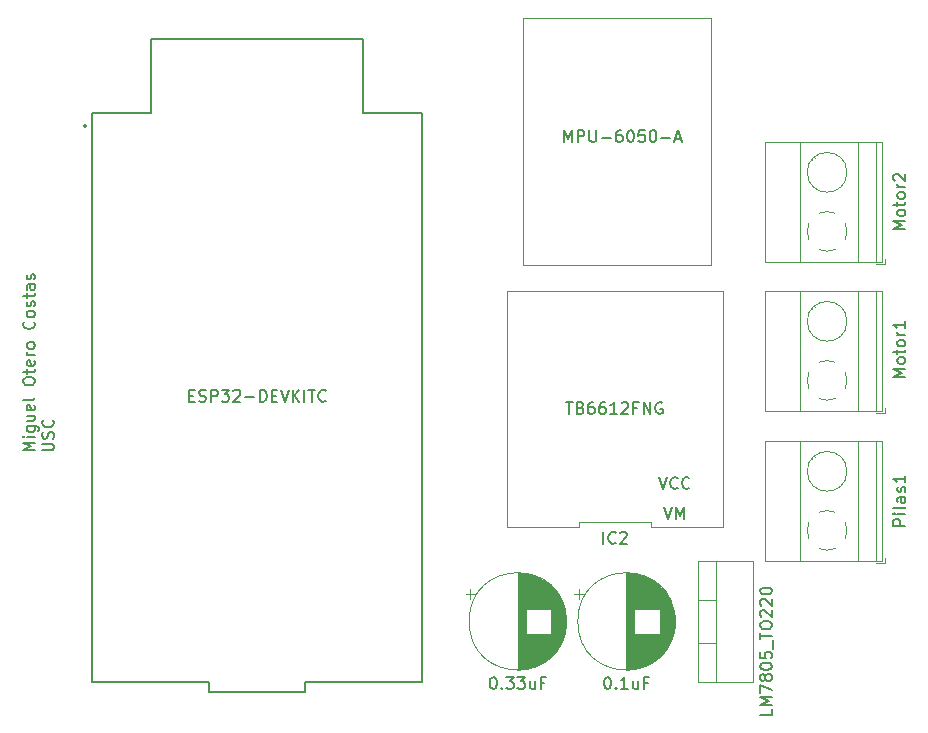
<source format=gbr>
%TF.GenerationSoftware,KiCad,Pcbnew,7.0.9*%
%TF.CreationDate,2024-04-18T13:08:04+02:00*%
%TF.ProjectId,Pendulo_Inverso,50656e64-756c-46f5-9f49-6e766572736f,rev?*%
%TF.SameCoordinates,Original*%
%TF.FileFunction,Legend,Top*%
%TF.FilePolarity,Positive*%
%FSLAX46Y46*%
G04 Gerber Fmt 4.6, Leading zero omitted, Abs format (unit mm)*
G04 Created by KiCad (PCBNEW 7.0.9) date 2024-04-18 13:08:04*
%MOMM*%
%LPD*%
G01*
G04 APERTURE LIST*
%ADD10C,0.150000*%
%ADD11C,0.127000*%
%ADD12C,0.200000*%
%ADD13C,0.100000*%
%ADD14C,0.120000*%
G04 APERTURE END LIST*
D10*
X113259819Y-115063220D02*
X112259819Y-115063220D01*
X112259819Y-115063220D02*
X112974104Y-114729887D01*
X112974104Y-114729887D02*
X112259819Y-114396554D01*
X112259819Y-114396554D02*
X113259819Y-114396554D01*
X113259819Y-113920363D02*
X112593152Y-113920363D01*
X112259819Y-113920363D02*
X112307438Y-113967982D01*
X112307438Y-113967982D02*
X112355057Y-113920363D01*
X112355057Y-113920363D02*
X112307438Y-113872744D01*
X112307438Y-113872744D02*
X112259819Y-113920363D01*
X112259819Y-113920363D02*
X112355057Y-113920363D01*
X112593152Y-113015602D02*
X113402676Y-113015602D01*
X113402676Y-113015602D02*
X113497914Y-113063221D01*
X113497914Y-113063221D02*
X113545533Y-113110840D01*
X113545533Y-113110840D02*
X113593152Y-113206078D01*
X113593152Y-113206078D02*
X113593152Y-113348935D01*
X113593152Y-113348935D02*
X113545533Y-113444173D01*
X113212200Y-113015602D02*
X113259819Y-113110840D01*
X113259819Y-113110840D02*
X113259819Y-113301316D01*
X113259819Y-113301316D02*
X113212200Y-113396554D01*
X113212200Y-113396554D02*
X113164580Y-113444173D01*
X113164580Y-113444173D02*
X113069342Y-113491792D01*
X113069342Y-113491792D02*
X112783628Y-113491792D01*
X112783628Y-113491792D02*
X112688390Y-113444173D01*
X112688390Y-113444173D02*
X112640771Y-113396554D01*
X112640771Y-113396554D02*
X112593152Y-113301316D01*
X112593152Y-113301316D02*
X112593152Y-113110840D01*
X112593152Y-113110840D02*
X112640771Y-113015602D01*
X112593152Y-112110840D02*
X113259819Y-112110840D01*
X112593152Y-112539411D02*
X113116961Y-112539411D01*
X113116961Y-112539411D02*
X113212200Y-112491792D01*
X113212200Y-112491792D02*
X113259819Y-112396554D01*
X113259819Y-112396554D02*
X113259819Y-112253697D01*
X113259819Y-112253697D02*
X113212200Y-112158459D01*
X113212200Y-112158459D02*
X113164580Y-112110840D01*
X113212200Y-111253697D02*
X113259819Y-111348935D01*
X113259819Y-111348935D02*
X113259819Y-111539411D01*
X113259819Y-111539411D02*
X113212200Y-111634649D01*
X113212200Y-111634649D02*
X113116961Y-111682268D01*
X113116961Y-111682268D02*
X112736009Y-111682268D01*
X112736009Y-111682268D02*
X112640771Y-111634649D01*
X112640771Y-111634649D02*
X112593152Y-111539411D01*
X112593152Y-111539411D02*
X112593152Y-111348935D01*
X112593152Y-111348935D02*
X112640771Y-111253697D01*
X112640771Y-111253697D02*
X112736009Y-111206078D01*
X112736009Y-111206078D02*
X112831247Y-111206078D01*
X112831247Y-111206078D02*
X112926485Y-111682268D01*
X113259819Y-110634649D02*
X113212200Y-110729887D01*
X113212200Y-110729887D02*
X113116961Y-110777506D01*
X113116961Y-110777506D02*
X112259819Y-110777506D01*
X112259819Y-109301315D02*
X112259819Y-109110839D01*
X112259819Y-109110839D02*
X112307438Y-109015601D01*
X112307438Y-109015601D02*
X112402676Y-108920363D01*
X112402676Y-108920363D02*
X112593152Y-108872744D01*
X112593152Y-108872744D02*
X112926485Y-108872744D01*
X112926485Y-108872744D02*
X113116961Y-108920363D01*
X113116961Y-108920363D02*
X113212200Y-109015601D01*
X113212200Y-109015601D02*
X113259819Y-109110839D01*
X113259819Y-109110839D02*
X113259819Y-109301315D01*
X113259819Y-109301315D02*
X113212200Y-109396553D01*
X113212200Y-109396553D02*
X113116961Y-109491791D01*
X113116961Y-109491791D02*
X112926485Y-109539410D01*
X112926485Y-109539410D02*
X112593152Y-109539410D01*
X112593152Y-109539410D02*
X112402676Y-109491791D01*
X112402676Y-109491791D02*
X112307438Y-109396553D01*
X112307438Y-109396553D02*
X112259819Y-109301315D01*
X112593152Y-108587029D02*
X112593152Y-108206077D01*
X112259819Y-108444172D02*
X113116961Y-108444172D01*
X113116961Y-108444172D02*
X113212200Y-108396553D01*
X113212200Y-108396553D02*
X113259819Y-108301315D01*
X113259819Y-108301315D02*
X113259819Y-108206077D01*
X113212200Y-107491791D02*
X113259819Y-107587029D01*
X113259819Y-107587029D02*
X113259819Y-107777505D01*
X113259819Y-107777505D02*
X113212200Y-107872743D01*
X113212200Y-107872743D02*
X113116961Y-107920362D01*
X113116961Y-107920362D02*
X112736009Y-107920362D01*
X112736009Y-107920362D02*
X112640771Y-107872743D01*
X112640771Y-107872743D02*
X112593152Y-107777505D01*
X112593152Y-107777505D02*
X112593152Y-107587029D01*
X112593152Y-107587029D02*
X112640771Y-107491791D01*
X112640771Y-107491791D02*
X112736009Y-107444172D01*
X112736009Y-107444172D02*
X112831247Y-107444172D01*
X112831247Y-107444172D02*
X112926485Y-107920362D01*
X113259819Y-107015600D02*
X112593152Y-107015600D01*
X112783628Y-107015600D02*
X112688390Y-106967981D01*
X112688390Y-106967981D02*
X112640771Y-106920362D01*
X112640771Y-106920362D02*
X112593152Y-106825124D01*
X112593152Y-106825124D02*
X112593152Y-106729886D01*
X113259819Y-106253695D02*
X113212200Y-106348933D01*
X113212200Y-106348933D02*
X113164580Y-106396552D01*
X113164580Y-106396552D02*
X113069342Y-106444171D01*
X113069342Y-106444171D02*
X112783628Y-106444171D01*
X112783628Y-106444171D02*
X112688390Y-106396552D01*
X112688390Y-106396552D02*
X112640771Y-106348933D01*
X112640771Y-106348933D02*
X112593152Y-106253695D01*
X112593152Y-106253695D02*
X112593152Y-106110838D01*
X112593152Y-106110838D02*
X112640771Y-106015600D01*
X112640771Y-106015600D02*
X112688390Y-105967981D01*
X112688390Y-105967981D02*
X112783628Y-105920362D01*
X112783628Y-105920362D02*
X113069342Y-105920362D01*
X113069342Y-105920362D02*
X113164580Y-105967981D01*
X113164580Y-105967981D02*
X113212200Y-106015600D01*
X113212200Y-106015600D02*
X113259819Y-106110838D01*
X113259819Y-106110838D02*
X113259819Y-106253695D01*
X113164580Y-104158457D02*
X113212200Y-104206076D01*
X113212200Y-104206076D02*
X113259819Y-104348933D01*
X113259819Y-104348933D02*
X113259819Y-104444171D01*
X113259819Y-104444171D02*
X113212200Y-104587028D01*
X113212200Y-104587028D02*
X113116961Y-104682266D01*
X113116961Y-104682266D02*
X113021723Y-104729885D01*
X113021723Y-104729885D02*
X112831247Y-104777504D01*
X112831247Y-104777504D02*
X112688390Y-104777504D01*
X112688390Y-104777504D02*
X112497914Y-104729885D01*
X112497914Y-104729885D02*
X112402676Y-104682266D01*
X112402676Y-104682266D02*
X112307438Y-104587028D01*
X112307438Y-104587028D02*
X112259819Y-104444171D01*
X112259819Y-104444171D02*
X112259819Y-104348933D01*
X112259819Y-104348933D02*
X112307438Y-104206076D01*
X112307438Y-104206076D02*
X112355057Y-104158457D01*
X113259819Y-103587028D02*
X113212200Y-103682266D01*
X113212200Y-103682266D02*
X113164580Y-103729885D01*
X113164580Y-103729885D02*
X113069342Y-103777504D01*
X113069342Y-103777504D02*
X112783628Y-103777504D01*
X112783628Y-103777504D02*
X112688390Y-103729885D01*
X112688390Y-103729885D02*
X112640771Y-103682266D01*
X112640771Y-103682266D02*
X112593152Y-103587028D01*
X112593152Y-103587028D02*
X112593152Y-103444171D01*
X112593152Y-103444171D02*
X112640771Y-103348933D01*
X112640771Y-103348933D02*
X112688390Y-103301314D01*
X112688390Y-103301314D02*
X112783628Y-103253695D01*
X112783628Y-103253695D02*
X113069342Y-103253695D01*
X113069342Y-103253695D02*
X113164580Y-103301314D01*
X113164580Y-103301314D02*
X113212200Y-103348933D01*
X113212200Y-103348933D02*
X113259819Y-103444171D01*
X113259819Y-103444171D02*
X113259819Y-103587028D01*
X113212200Y-102872742D02*
X113259819Y-102777504D01*
X113259819Y-102777504D02*
X113259819Y-102587028D01*
X113259819Y-102587028D02*
X113212200Y-102491790D01*
X113212200Y-102491790D02*
X113116961Y-102444171D01*
X113116961Y-102444171D02*
X113069342Y-102444171D01*
X113069342Y-102444171D02*
X112974104Y-102491790D01*
X112974104Y-102491790D02*
X112926485Y-102587028D01*
X112926485Y-102587028D02*
X112926485Y-102729885D01*
X112926485Y-102729885D02*
X112878866Y-102825123D01*
X112878866Y-102825123D02*
X112783628Y-102872742D01*
X112783628Y-102872742D02*
X112736009Y-102872742D01*
X112736009Y-102872742D02*
X112640771Y-102825123D01*
X112640771Y-102825123D02*
X112593152Y-102729885D01*
X112593152Y-102729885D02*
X112593152Y-102587028D01*
X112593152Y-102587028D02*
X112640771Y-102491790D01*
X112593152Y-102158456D02*
X112593152Y-101777504D01*
X112259819Y-102015599D02*
X113116961Y-102015599D01*
X113116961Y-102015599D02*
X113212200Y-101967980D01*
X113212200Y-101967980D02*
X113259819Y-101872742D01*
X113259819Y-101872742D02*
X113259819Y-101777504D01*
X113259819Y-101015599D02*
X112736009Y-101015599D01*
X112736009Y-101015599D02*
X112640771Y-101063218D01*
X112640771Y-101063218D02*
X112593152Y-101158456D01*
X112593152Y-101158456D02*
X112593152Y-101348932D01*
X112593152Y-101348932D02*
X112640771Y-101444170D01*
X113212200Y-101015599D02*
X113259819Y-101110837D01*
X113259819Y-101110837D02*
X113259819Y-101348932D01*
X113259819Y-101348932D02*
X113212200Y-101444170D01*
X113212200Y-101444170D02*
X113116961Y-101491789D01*
X113116961Y-101491789D02*
X113021723Y-101491789D01*
X113021723Y-101491789D02*
X112926485Y-101444170D01*
X112926485Y-101444170D02*
X112878866Y-101348932D01*
X112878866Y-101348932D02*
X112878866Y-101110837D01*
X112878866Y-101110837D02*
X112831247Y-101015599D01*
X113212200Y-100587027D02*
X113259819Y-100491789D01*
X113259819Y-100491789D02*
X113259819Y-100301313D01*
X113259819Y-100301313D02*
X113212200Y-100206075D01*
X113212200Y-100206075D02*
X113116961Y-100158456D01*
X113116961Y-100158456D02*
X113069342Y-100158456D01*
X113069342Y-100158456D02*
X112974104Y-100206075D01*
X112974104Y-100206075D02*
X112926485Y-100301313D01*
X112926485Y-100301313D02*
X112926485Y-100444170D01*
X112926485Y-100444170D02*
X112878866Y-100539408D01*
X112878866Y-100539408D02*
X112783628Y-100587027D01*
X112783628Y-100587027D02*
X112736009Y-100587027D01*
X112736009Y-100587027D02*
X112640771Y-100539408D01*
X112640771Y-100539408D02*
X112593152Y-100444170D01*
X112593152Y-100444170D02*
X112593152Y-100301313D01*
X112593152Y-100301313D02*
X112640771Y-100206075D01*
X113869819Y-115063220D02*
X114679342Y-115063220D01*
X114679342Y-115063220D02*
X114774580Y-115015601D01*
X114774580Y-115015601D02*
X114822200Y-114967982D01*
X114822200Y-114967982D02*
X114869819Y-114872744D01*
X114869819Y-114872744D02*
X114869819Y-114682268D01*
X114869819Y-114682268D02*
X114822200Y-114587030D01*
X114822200Y-114587030D02*
X114774580Y-114539411D01*
X114774580Y-114539411D02*
X114679342Y-114491792D01*
X114679342Y-114491792D02*
X113869819Y-114491792D01*
X114822200Y-114063220D02*
X114869819Y-113920363D01*
X114869819Y-113920363D02*
X114869819Y-113682268D01*
X114869819Y-113682268D02*
X114822200Y-113587030D01*
X114822200Y-113587030D02*
X114774580Y-113539411D01*
X114774580Y-113539411D02*
X114679342Y-113491792D01*
X114679342Y-113491792D02*
X114584104Y-113491792D01*
X114584104Y-113491792D02*
X114488866Y-113539411D01*
X114488866Y-113539411D02*
X114441247Y-113587030D01*
X114441247Y-113587030D02*
X114393628Y-113682268D01*
X114393628Y-113682268D02*
X114346009Y-113872744D01*
X114346009Y-113872744D02*
X114298390Y-113967982D01*
X114298390Y-113967982D02*
X114250771Y-114015601D01*
X114250771Y-114015601D02*
X114155533Y-114063220D01*
X114155533Y-114063220D02*
X114060295Y-114063220D01*
X114060295Y-114063220D02*
X113965057Y-114015601D01*
X113965057Y-114015601D02*
X113917438Y-113967982D01*
X113917438Y-113967982D02*
X113869819Y-113872744D01*
X113869819Y-113872744D02*
X113869819Y-113634649D01*
X113869819Y-113634649D02*
X113917438Y-113491792D01*
X114774580Y-112491792D02*
X114822200Y-112539411D01*
X114822200Y-112539411D02*
X114869819Y-112682268D01*
X114869819Y-112682268D02*
X114869819Y-112777506D01*
X114869819Y-112777506D02*
X114822200Y-112920363D01*
X114822200Y-112920363D02*
X114726961Y-113015601D01*
X114726961Y-113015601D02*
X114631723Y-113063220D01*
X114631723Y-113063220D02*
X114441247Y-113110839D01*
X114441247Y-113110839D02*
X114298390Y-113110839D01*
X114298390Y-113110839D02*
X114107914Y-113063220D01*
X114107914Y-113063220D02*
X114012676Y-113015601D01*
X114012676Y-113015601D02*
X113917438Y-112920363D01*
X113917438Y-112920363D02*
X113869819Y-112777506D01*
X113869819Y-112777506D02*
X113869819Y-112682268D01*
X113869819Y-112682268D02*
X113917438Y-112539411D01*
X113917438Y-112539411D02*
X113965057Y-112491792D01*
X126318095Y-110421009D02*
X126651428Y-110421009D01*
X126794285Y-110944819D02*
X126318095Y-110944819D01*
X126318095Y-110944819D02*
X126318095Y-109944819D01*
X126318095Y-109944819D02*
X126794285Y-109944819D01*
X127175238Y-110897200D02*
X127318095Y-110944819D01*
X127318095Y-110944819D02*
X127556190Y-110944819D01*
X127556190Y-110944819D02*
X127651428Y-110897200D01*
X127651428Y-110897200D02*
X127699047Y-110849580D01*
X127699047Y-110849580D02*
X127746666Y-110754342D01*
X127746666Y-110754342D02*
X127746666Y-110659104D01*
X127746666Y-110659104D02*
X127699047Y-110563866D01*
X127699047Y-110563866D02*
X127651428Y-110516247D01*
X127651428Y-110516247D02*
X127556190Y-110468628D01*
X127556190Y-110468628D02*
X127365714Y-110421009D01*
X127365714Y-110421009D02*
X127270476Y-110373390D01*
X127270476Y-110373390D02*
X127222857Y-110325771D01*
X127222857Y-110325771D02*
X127175238Y-110230533D01*
X127175238Y-110230533D02*
X127175238Y-110135295D01*
X127175238Y-110135295D02*
X127222857Y-110040057D01*
X127222857Y-110040057D02*
X127270476Y-109992438D01*
X127270476Y-109992438D02*
X127365714Y-109944819D01*
X127365714Y-109944819D02*
X127603809Y-109944819D01*
X127603809Y-109944819D02*
X127746666Y-109992438D01*
X128175238Y-110944819D02*
X128175238Y-109944819D01*
X128175238Y-109944819D02*
X128556190Y-109944819D01*
X128556190Y-109944819D02*
X128651428Y-109992438D01*
X128651428Y-109992438D02*
X128699047Y-110040057D01*
X128699047Y-110040057D02*
X128746666Y-110135295D01*
X128746666Y-110135295D02*
X128746666Y-110278152D01*
X128746666Y-110278152D02*
X128699047Y-110373390D01*
X128699047Y-110373390D02*
X128651428Y-110421009D01*
X128651428Y-110421009D02*
X128556190Y-110468628D01*
X128556190Y-110468628D02*
X128175238Y-110468628D01*
X129080000Y-109944819D02*
X129699047Y-109944819D01*
X129699047Y-109944819D02*
X129365714Y-110325771D01*
X129365714Y-110325771D02*
X129508571Y-110325771D01*
X129508571Y-110325771D02*
X129603809Y-110373390D01*
X129603809Y-110373390D02*
X129651428Y-110421009D01*
X129651428Y-110421009D02*
X129699047Y-110516247D01*
X129699047Y-110516247D02*
X129699047Y-110754342D01*
X129699047Y-110754342D02*
X129651428Y-110849580D01*
X129651428Y-110849580D02*
X129603809Y-110897200D01*
X129603809Y-110897200D02*
X129508571Y-110944819D01*
X129508571Y-110944819D02*
X129222857Y-110944819D01*
X129222857Y-110944819D02*
X129127619Y-110897200D01*
X129127619Y-110897200D02*
X129080000Y-110849580D01*
X130080000Y-110040057D02*
X130127619Y-109992438D01*
X130127619Y-109992438D02*
X130222857Y-109944819D01*
X130222857Y-109944819D02*
X130460952Y-109944819D01*
X130460952Y-109944819D02*
X130556190Y-109992438D01*
X130556190Y-109992438D02*
X130603809Y-110040057D01*
X130603809Y-110040057D02*
X130651428Y-110135295D01*
X130651428Y-110135295D02*
X130651428Y-110230533D01*
X130651428Y-110230533D02*
X130603809Y-110373390D01*
X130603809Y-110373390D02*
X130032381Y-110944819D01*
X130032381Y-110944819D02*
X130651428Y-110944819D01*
X131080000Y-110563866D02*
X131841905Y-110563866D01*
X132318095Y-110944819D02*
X132318095Y-109944819D01*
X132318095Y-109944819D02*
X132556190Y-109944819D01*
X132556190Y-109944819D02*
X132699047Y-109992438D01*
X132699047Y-109992438D02*
X132794285Y-110087676D01*
X132794285Y-110087676D02*
X132841904Y-110182914D01*
X132841904Y-110182914D02*
X132889523Y-110373390D01*
X132889523Y-110373390D02*
X132889523Y-110516247D01*
X132889523Y-110516247D02*
X132841904Y-110706723D01*
X132841904Y-110706723D02*
X132794285Y-110801961D01*
X132794285Y-110801961D02*
X132699047Y-110897200D01*
X132699047Y-110897200D02*
X132556190Y-110944819D01*
X132556190Y-110944819D02*
X132318095Y-110944819D01*
X133318095Y-110421009D02*
X133651428Y-110421009D01*
X133794285Y-110944819D02*
X133318095Y-110944819D01*
X133318095Y-110944819D02*
X133318095Y-109944819D01*
X133318095Y-109944819D02*
X133794285Y-109944819D01*
X134080000Y-109944819D02*
X134413333Y-110944819D01*
X134413333Y-110944819D02*
X134746666Y-109944819D01*
X135080000Y-110944819D02*
X135080000Y-109944819D01*
X135651428Y-110944819D02*
X135222857Y-110373390D01*
X135651428Y-109944819D02*
X135080000Y-110516247D01*
X136080000Y-110944819D02*
X136080000Y-109944819D01*
X136413333Y-109944819D02*
X136984761Y-109944819D01*
X136699047Y-110944819D02*
X136699047Y-109944819D01*
X137889523Y-110849580D02*
X137841904Y-110897200D01*
X137841904Y-110897200D02*
X137699047Y-110944819D01*
X137699047Y-110944819D02*
X137603809Y-110944819D01*
X137603809Y-110944819D02*
X137460952Y-110897200D01*
X137460952Y-110897200D02*
X137365714Y-110801961D01*
X137365714Y-110801961D02*
X137318095Y-110706723D01*
X137318095Y-110706723D02*
X137270476Y-110516247D01*
X137270476Y-110516247D02*
X137270476Y-110373390D01*
X137270476Y-110373390D02*
X137318095Y-110182914D01*
X137318095Y-110182914D02*
X137365714Y-110087676D01*
X137365714Y-110087676D02*
X137460952Y-109992438D01*
X137460952Y-109992438D02*
X137603809Y-109944819D01*
X137603809Y-109944819D02*
X137699047Y-109944819D01*
X137699047Y-109944819D02*
X137841904Y-109992438D01*
X137841904Y-109992438D02*
X137889523Y-110040057D01*
X158071429Y-88954819D02*
X158071429Y-87954819D01*
X158071429Y-87954819D02*
X158404762Y-88669104D01*
X158404762Y-88669104D02*
X158738095Y-87954819D01*
X158738095Y-87954819D02*
X158738095Y-88954819D01*
X159214286Y-88954819D02*
X159214286Y-87954819D01*
X159214286Y-87954819D02*
X159595238Y-87954819D01*
X159595238Y-87954819D02*
X159690476Y-88002438D01*
X159690476Y-88002438D02*
X159738095Y-88050057D01*
X159738095Y-88050057D02*
X159785714Y-88145295D01*
X159785714Y-88145295D02*
X159785714Y-88288152D01*
X159785714Y-88288152D02*
X159738095Y-88383390D01*
X159738095Y-88383390D02*
X159690476Y-88431009D01*
X159690476Y-88431009D02*
X159595238Y-88478628D01*
X159595238Y-88478628D02*
X159214286Y-88478628D01*
X160214286Y-87954819D02*
X160214286Y-88764342D01*
X160214286Y-88764342D02*
X160261905Y-88859580D01*
X160261905Y-88859580D02*
X160309524Y-88907200D01*
X160309524Y-88907200D02*
X160404762Y-88954819D01*
X160404762Y-88954819D02*
X160595238Y-88954819D01*
X160595238Y-88954819D02*
X160690476Y-88907200D01*
X160690476Y-88907200D02*
X160738095Y-88859580D01*
X160738095Y-88859580D02*
X160785714Y-88764342D01*
X160785714Y-88764342D02*
X160785714Y-87954819D01*
X161261905Y-88573866D02*
X162023810Y-88573866D01*
X162928571Y-87954819D02*
X162738095Y-87954819D01*
X162738095Y-87954819D02*
X162642857Y-88002438D01*
X162642857Y-88002438D02*
X162595238Y-88050057D01*
X162595238Y-88050057D02*
X162500000Y-88192914D01*
X162500000Y-88192914D02*
X162452381Y-88383390D01*
X162452381Y-88383390D02*
X162452381Y-88764342D01*
X162452381Y-88764342D02*
X162500000Y-88859580D01*
X162500000Y-88859580D02*
X162547619Y-88907200D01*
X162547619Y-88907200D02*
X162642857Y-88954819D01*
X162642857Y-88954819D02*
X162833333Y-88954819D01*
X162833333Y-88954819D02*
X162928571Y-88907200D01*
X162928571Y-88907200D02*
X162976190Y-88859580D01*
X162976190Y-88859580D02*
X163023809Y-88764342D01*
X163023809Y-88764342D02*
X163023809Y-88526247D01*
X163023809Y-88526247D02*
X162976190Y-88431009D01*
X162976190Y-88431009D02*
X162928571Y-88383390D01*
X162928571Y-88383390D02*
X162833333Y-88335771D01*
X162833333Y-88335771D02*
X162642857Y-88335771D01*
X162642857Y-88335771D02*
X162547619Y-88383390D01*
X162547619Y-88383390D02*
X162500000Y-88431009D01*
X162500000Y-88431009D02*
X162452381Y-88526247D01*
X163642857Y-87954819D02*
X163738095Y-87954819D01*
X163738095Y-87954819D02*
X163833333Y-88002438D01*
X163833333Y-88002438D02*
X163880952Y-88050057D01*
X163880952Y-88050057D02*
X163928571Y-88145295D01*
X163928571Y-88145295D02*
X163976190Y-88335771D01*
X163976190Y-88335771D02*
X163976190Y-88573866D01*
X163976190Y-88573866D02*
X163928571Y-88764342D01*
X163928571Y-88764342D02*
X163880952Y-88859580D01*
X163880952Y-88859580D02*
X163833333Y-88907200D01*
X163833333Y-88907200D02*
X163738095Y-88954819D01*
X163738095Y-88954819D02*
X163642857Y-88954819D01*
X163642857Y-88954819D02*
X163547619Y-88907200D01*
X163547619Y-88907200D02*
X163500000Y-88859580D01*
X163500000Y-88859580D02*
X163452381Y-88764342D01*
X163452381Y-88764342D02*
X163404762Y-88573866D01*
X163404762Y-88573866D02*
X163404762Y-88335771D01*
X163404762Y-88335771D02*
X163452381Y-88145295D01*
X163452381Y-88145295D02*
X163500000Y-88050057D01*
X163500000Y-88050057D02*
X163547619Y-88002438D01*
X163547619Y-88002438D02*
X163642857Y-87954819D01*
X164880952Y-87954819D02*
X164404762Y-87954819D01*
X164404762Y-87954819D02*
X164357143Y-88431009D01*
X164357143Y-88431009D02*
X164404762Y-88383390D01*
X164404762Y-88383390D02*
X164500000Y-88335771D01*
X164500000Y-88335771D02*
X164738095Y-88335771D01*
X164738095Y-88335771D02*
X164833333Y-88383390D01*
X164833333Y-88383390D02*
X164880952Y-88431009D01*
X164880952Y-88431009D02*
X164928571Y-88526247D01*
X164928571Y-88526247D02*
X164928571Y-88764342D01*
X164928571Y-88764342D02*
X164880952Y-88859580D01*
X164880952Y-88859580D02*
X164833333Y-88907200D01*
X164833333Y-88907200D02*
X164738095Y-88954819D01*
X164738095Y-88954819D02*
X164500000Y-88954819D01*
X164500000Y-88954819D02*
X164404762Y-88907200D01*
X164404762Y-88907200D02*
X164357143Y-88859580D01*
X165547619Y-87954819D02*
X165642857Y-87954819D01*
X165642857Y-87954819D02*
X165738095Y-88002438D01*
X165738095Y-88002438D02*
X165785714Y-88050057D01*
X165785714Y-88050057D02*
X165833333Y-88145295D01*
X165833333Y-88145295D02*
X165880952Y-88335771D01*
X165880952Y-88335771D02*
X165880952Y-88573866D01*
X165880952Y-88573866D02*
X165833333Y-88764342D01*
X165833333Y-88764342D02*
X165785714Y-88859580D01*
X165785714Y-88859580D02*
X165738095Y-88907200D01*
X165738095Y-88907200D02*
X165642857Y-88954819D01*
X165642857Y-88954819D02*
X165547619Y-88954819D01*
X165547619Y-88954819D02*
X165452381Y-88907200D01*
X165452381Y-88907200D02*
X165404762Y-88859580D01*
X165404762Y-88859580D02*
X165357143Y-88764342D01*
X165357143Y-88764342D02*
X165309524Y-88573866D01*
X165309524Y-88573866D02*
X165309524Y-88335771D01*
X165309524Y-88335771D02*
X165357143Y-88145295D01*
X165357143Y-88145295D02*
X165404762Y-88050057D01*
X165404762Y-88050057D02*
X165452381Y-88002438D01*
X165452381Y-88002438D02*
X165547619Y-87954819D01*
X166309524Y-88573866D02*
X167071429Y-88573866D01*
X167500000Y-88669104D02*
X167976190Y-88669104D01*
X167404762Y-88954819D02*
X167738095Y-87954819D01*
X167738095Y-87954819D02*
X168071428Y-88954819D01*
X161393810Y-122964819D02*
X161393810Y-121964819D01*
X162441428Y-122869580D02*
X162393809Y-122917200D01*
X162393809Y-122917200D02*
X162250952Y-122964819D01*
X162250952Y-122964819D02*
X162155714Y-122964819D01*
X162155714Y-122964819D02*
X162012857Y-122917200D01*
X162012857Y-122917200D02*
X161917619Y-122821961D01*
X161917619Y-122821961D02*
X161870000Y-122726723D01*
X161870000Y-122726723D02*
X161822381Y-122536247D01*
X161822381Y-122536247D02*
X161822381Y-122393390D01*
X161822381Y-122393390D02*
X161870000Y-122202914D01*
X161870000Y-122202914D02*
X161917619Y-122107676D01*
X161917619Y-122107676D02*
X162012857Y-122012438D01*
X162012857Y-122012438D02*
X162155714Y-121964819D01*
X162155714Y-121964819D02*
X162250952Y-121964819D01*
X162250952Y-121964819D02*
X162393809Y-122012438D01*
X162393809Y-122012438D02*
X162441428Y-122060057D01*
X162822381Y-122060057D02*
X162870000Y-122012438D01*
X162870000Y-122012438D02*
X162965238Y-121964819D01*
X162965238Y-121964819D02*
X163203333Y-121964819D01*
X163203333Y-121964819D02*
X163298571Y-122012438D01*
X163298571Y-122012438D02*
X163346190Y-122060057D01*
X163346190Y-122060057D02*
X163393809Y-122155295D01*
X163393809Y-122155295D02*
X163393809Y-122250533D01*
X163393809Y-122250533D02*
X163346190Y-122393390D01*
X163346190Y-122393390D02*
X162774762Y-122964819D01*
X162774762Y-122964819D02*
X163393809Y-122964819D01*
X158227143Y-110974819D02*
X158798571Y-110974819D01*
X158512857Y-111974819D02*
X158512857Y-110974819D01*
X159465238Y-111451009D02*
X159608095Y-111498628D01*
X159608095Y-111498628D02*
X159655714Y-111546247D01*
X159655714Y-111546247D02*
X159703333Y-111641485D01*
X159703333Y-111641485D02*
X159703333Y-111784342D01*
X159703333Y-111784342D02*
X159655714Y-111879580D01*
X159655714Y-111879580D02*
X159608095Y-111927200D01*
X159608095Y-111927200D02*
X159512857Y-111974819D01*
X159512857Y-111974819D02*
X159131905Y-111974819D01*
X159131905Y-111974819D02*
X159131905Y-110974819D01*
X159131905Y-110974819D02*
X159465238Y-110974819D01*
X159465238Y-110974819D02*
X159560476Y-111022438D01*
X159560476Y-111022438D02*
X159608095Y-111070057D01*
X159608095Y-111070057D02*
X159655714Y-111165295D01*
X159655714Y-111165295D02*
X159655714Y-111260533D01*
X159655714Y-111260533D02*
X159608095Y-111355771D01*
X159608095Y-111355771D02*
X159560476Y-111403390D01*
X159560476Y-111403390D02*
X159465238Y-111451009D01*
X159465238Y-111451009D02*
X159131905Y-111451009D01*
X160560476Y-110974819D02*
X160370000Y-110974819D01*
X160370000Y-110974819D02*
X160274762Y-111022438D01*
X160274762Y-111022438D02*
X160227143Y-111070057D01*
X160227143Y-111070057D02*
X160131905Y-111212914D01*
X160131905Y-111212914D02*
X160084286Y-111403390D01*
X160084286Y-111403390D02*
X160084286Y-111784342D01*
X160084286Y-111784342D02*
X160131905Y-111879580D01*
X160131905Y-111879580D02*
X160179524Y-111927200D01*
X160179524Y-111927200D02*
X160274762Y-111974819D01*
X160274762Y-111974819D02*
X160465238Y-111974819D01*
X160465238Y-111974819D02*
X160560476Y-111927200D01*
X160560476Y-111927200D02*
X160608095Y-111879580D01*
X160608095Y-111879580D02*
X160655714Y-111784342D01*
X160655714Y-111784342D02*
X160655714Y-111546247D01*
X160655714Y-111546247D02*
X160608095Y-111451009D01*
X160608095Y-111451009D02*
X160560476Y-111403390D01*
X160560476Y-111403390D02*
X160465238Y-111355771D01*
X160465238Y-111355771D02*
X160274762Y-111355771D01*
X160274762Y-111355771D02*
X160179524Y-111403390D01*
X160179524Y-111403390D02*
X160131905Y-111451009D01*
X160131905Y-111451009D02*
X160084286Y-111546247D01*
X161512857Y-110974819D02*
X161322381Y-110974819D01*
X161322381Y-110974819D02*
X161227143Y-111022438D01*
X161227143Y-111022438D02*
X161179524Y-111070057D01*
X161179524Y-111070057D02*
X161084286Y-111212914D01*
X161084286Y-111212914D02*
X161036667Y-111403390D01*
X161036667Y-111403390D02*
X161036667Y-111784342D01*
X161036667Y-111784342D02*
X161084286Y-111879580D01*
X161084286Y-111879580D02*
X161131905Y-111927200D01*
X161131905Y-111927200D02*
X161227143Y-111974819D01*
X161227143Y-111974819D02*
X161417619Y-111974819D01*
X161417619Y-111974819D02*
X161512857Y-111927200D01*
X161512857Y-111927200D02*
X161560476Y-111879580D01*
X161560476Y-111879580D02*
X161608095Y-111784342D01*
X161608095Y-111784342D02*
X161608095Y-111546247D01*
X161608095Y-111546247D02*
X161560476Y-111451009D01*
X161560476Y-111451009D02*
X161512857Y-111403390D01*
X161512857Y-111403390D02*
X161417619Y-111355771D01*
X161417619Y-111355771D02*
X161227143Y-111355771D01*
X161227143Y-111355771D02*
X161131905Y-111403390D01*
X161131905Y-111403390D02*
X161084286Y-111451009D01*
X161084286Y-111451009D02*
X161036667Y-111546247D01*
X162560476Y-111974819D02*
X161989048Y-111974819D01*
X162274762Y-111974819D02*
X162274762Y-110974819D01*
X162274762Y-110974819D02*
X162179524Y-111117676D01*
X162179524Y-111117676D02*
X162084286Y-111212914D01*
X162084286Y-111212914D02*
X161989048Y-111260533D01*
X162941429Y-111070057D02*
X162989048Y-111022438D01*
X162989048Y-111022438D02*
X163084286Y-110974819D01*
X163084286Y-110974819D02*
X163322381Y-110974819D01*
X163322381Y-110974819D02*
X163417619Y-111022438D01*
X163417619Y-111022438D02*
X163465238Y-111070057D01*
X163465238Y-111070057D02*
X163512857Y-111165295D01*
X163512857Y-111165295D02*
X163512857Y-111260533D01*
X163512857Y-111260533D02*
X163465238Y-111403390D01*
X163465238Y-111403390D02*
X162893810Y-111974819D01*
X162893810Y-111974819D02*
X163512857Y-111974819D01*
X164274762Y-111451009D02*
X163941429Y-111451009D01*
X163941429Y-111974819D02*
X163941429Y-110974819D01*
X163941429Y-110974819D02*
X164417619Y-110974819D01*
X164798572Y-111974819D02*
X164798572Y-110974819D01*
X164798572Y-110974819D02*
X165370000Y-111974819D01*
X165370000Y-111974819D02*
X165370000Y-110974819D01*
X166370000Y-111022438D02*
X166274762Y-110974819D01*
X166274762Y-110974819D02*
X166131905Y-110974819D01*
X166131905Y-110974819D02*
X165989048Y-111022438D01*
X165989048Y-111022438D02*
X165893810Y-111117676D01*
X165893810Y-111117676D02*
X165846191Y-111212914D01*
X165846191Y-111212914D02*
X165798572Y-111403390D01*
X165798572Y-111403390D02*
X165798572Y-111546247D01*
X165798572Y-111546247D02*
X165846191Y-111736723D01*
X165846191Y-111736723D02*
X165893810Y-111831961D01*
X165893810Y-111831961D02*
X165989048Y-111927200D01*
X165989048Y-111927200D02*
X166131905Y-111974819D01*
X166131905Y-111974819D02*
X166227143Y-111974819D01*
X166227143Y-111974819D02*
X166370000Y-111927200D01*
X166370000Y-111927200D02*
X166417619Y-111879580D01*
X166417619Y-111879580D02*
X166417619Y-111546247D01*
X166417619Y-111546247D02*
X166227143Y-111546247D01*
X166116667Y-117324819D02*
X166450000Y-118324819D01*
X166450000Y-118324819D02*
X166783333Y-117324819D01*
X167688095Y-118229580D02*
X167640476Y-118277200D01*
X167640476Y-118277200D02*
X167497619Y-118324819D01*
X167497619Y-118324819D02*
X167402381Y-118324819D01*
X167402381Y-118324819D02*
X167259524Y-118277200D01*
X167259524Y-118277200D02*
X167164286Y-118181961D01*
X167164286Y-118181961D02*
X167116667Y-118086723D01*
X167116667Y-118086723D02*
X167069048Y-117896247D01*
X167069048Y-117896247D02*
X167069048Y-117753390D01*
X167069048Y-117753390D02*
X167116667Y-117562914D01*
X167116667Y-117562914D02*
X167164286Y-117467676D01*
X167164286Y-117467676D02*
X167259524Y-117372438D01*
X167259524Y-117372438D02*
X167402381Y-117324819D01*
X167402381Y-117324819D02*
X167497619Y-117324819D01*
X167497619Y-117324819D02*
X167640476Y-117372438D01*
X167640476Y-117372438D02*
X167688095Y-117420057D01*
X168688095Y-118229580D02*
X168640476Y-118277200D01*
X168640476Y-118277200D02*
X168497619Y-118324819D01*
X168497619Y-118324819D02*
X168402381Y-118324819D01*
X168402381Y-118324819D02*
X168259524Y-118277200D01*
X168259524Y-118277200D02*
X168164286Y-118181961D01*
X168164286Y-118181961D02*
X168116667Y-118086723D01*
X168116667Y-118086723D02*
X168069048Y-117896247D01*
X168069048Y-117896247D02*
X168069048Y-117753390D01*
X168069048Y-117753390D02*
X168116667Y-117562914D01*
X168116667Y-117562914D02*
X168164286Y-117467676D01*
X168164286Y-117467676D02*
X168259524Y-117372438D01*
X168259524Y-117372438D02*
X168402381Y-117324819D01*
X168402381Y-117324819D02*
X168497619Y-117324819D01*
X168497619Y-117324819D02*
X168640476Y-117372438D01*
X168640476Y-117372438D02*
X168688095Y-117420057D01*
X166545238Y-119864819D02*
X166878571Y-120864819D01*
X166878571Y-120864819D02*
X167211904Y-119864819D01*
X167545238Y-120864819D02*
X167545238Y-119864819D01*
X167545238Y-119864819D02*
X167878571Y-120579104D01*
X167878571Y-120579104D02*
X168211904Y-119864819D01*
X168211904Y-119864819D02*
X168211904Y-120864819D01*
X186954819Y-121435237D02*
X185954819Y-121435237D01*
X185954819Y-121435237D02*
X185954819Y-121054285D01*
X185954819Y-121054285D02*
X186002438Y-120959047D01*
X186002438Y-120959047D02*
X186050057Y-120911428D01*
X186050057Y-120911428D02*
X186145295Y-120863809D01*
X186145295Y-120863809D02*
X186288152Y-120863809D01*
X186288152Y-120863809D02*
X186383390Y-120911428D01*
X186383390Y-120911428D02*
X186431009Y-120959047D01*
X186431009Y-120959047D02*
X186478628Y-121054285D01*
X186478628Y-121054285D02*
X186478628Y-121435237D01*
X186954819Y-120435237D02*
X186288152Y-120435237D01*
X185954819Y-120435237D02*
X186002438Y-120482856D01*
X186002438Y-120482856D02*
X186050057Y-120435237D01*
X186050057Y-120435237D02*
X186002438Y-120387618D01*
X186002438Y-120387618D02*
X185954819Y-120435237D01*
X185954819Y-120435237D02*
X186050057Y-120435237D01*
X186954819Y-119816190D02*
X186907200Y-119911428D01*
X186907200Y-119911428D02*
X186811961Y-119959047D01*
X186811961Y-119959047D02*
X185954819Y-119959047D01*
X186954819Y-119006666D02*
X186431009Y-119006666D01*
X186431009Y-119006666D02*
X186335771Y-119054285D01*
X186335771Y-119054285D02*
X186288152Y-119149523D01*
X186288152Y-119149523D02*
X186288152Y-119339999D01*
X186288152Y-119339999D02*
X186335771Y-119435237D01*
X186907200Y-119006666D02*
X186954819Y-119101904D01*
X186954819Y-119101904D02*
X186954819Y-119339999D01*
X186954819Y-119339999D02*
X186907200Y-119435237D01*
X186907200Y-119435237D02*
X186811961Y-119482856D01*
X186811961Y-119482856D02*
X186716723Y-119482856D01*
X186716723Y-119482856D02*
X186621485Y-119435237D01*
X186621485Y-119435237D02*
X186573866Y-119339999D01*
X186573866Y-119339999D02*
X186573866Y-119101904D01*
X186573866Y-119101904D02*
X186526247Y-119006666D01*
X186907200Y-118578094D02*
X186954819Y-118482856D01*
X186954819Y-118482856D02*
X186954819Y-118292380D01*
X186954819Y-118292380D02*
X186907200Y-118197142D01*
X186907200Y-118197142D02*
X186811961Y-118149523D01*
X186811961Y-118149523D02*
X186764342Y-118149523D01*
X186764342Y-118149523D02*
X186669104Y-118197142D01*
X186669104Y-118197142D02*
X186621485Y-118292380D01*
X186621485Y-118292380D02*
X186621485Y-118435237D01*
X186621485Y-118435237D02*
X186573866Y-118530475D01*
X186573866Y-118530475D02*
X186478628Y-118578094D01*
X186478628Y-118578094D02*
X186431009Y-118578094D01*
X186431009Y-118578094D02*
X186335771Y-118530475D01*
X186335771Y-118530475D02*
X186288152Y-118435237D01*
X186288152Y-118435237D02*
X186288152Y-118292380D01*
X186288152Y-118292380D02*
X186335771Y-118197142D01*
X186954819Y-117197142D02*
X186954819Y-117768570D01*
X186954819Y-117482856D02*
X185954819Y-117482856D01*
X185954819Y-117482856D02*
X186097676Y-117578094D01*
X186097676Y-117578094D02*
X186192914Y-117673332D01*
X186192914Y-117673332D02*
X186240533Y-117768570D01*
X175674819Y-136960952D02*
X175674819Y-137437142D01*
X175674819Y-137437142D02*
X174674819Y-137437142D01*
X175674819Y-136627618D02*
X174674819Y-136627618D01*
X174674819Y-136627618D02*
X175389104Y-136294285D01*
X175389104Y-136294285D02*
X174674819Y-135960952D01*
X174674819Y-135960952D02*
X175674819Y-135960952D01*
X174674819Y-135579999D02*
X174674819Y-134913333D01*
X174674819Y-134913333D02*
X175674819Y-135341904D01*
X175103390Y-134389523D02*
X175055771Y-134484761D01*
X175055771Y-134484761D02*
X175008152Y-134532380D01*
X175008152Y-134532380D02*
X174912914Y-134579999D01*
X174912914Y-134579999D02*
X174865295Y-134579999D01*
X174865295Y-134579999D02*
X174770057Y-134532380D01*
X174770057Y-134532380D02*
X174722438Y-134484761D01*
X174722438Y-134484761D02*
X174674819Y-134389523D01*
X174674819Y-134389523D02*
X174674819Y-134199047D01*
X174674819Y-134199047D02*
X174722438Y-134103809D01*
X174722438Y-134103809D02*
X174770057Y-134056190D01*
X174770057Y-134056190D02*
X174865295Y-134008571D01*
X174865295Y-134008571D02*
X174912914Y-134008571D01*
X174912914Y-134008571D02*
X175008152Y-134056190D01*
X175008152Y-134056190D02*
X175055771Y-134103809D01*
X175055771Y-134103809D02*
X175103390Y-134199047D01*
X175103390Y-134199047D02*
X175103390Y-134389523D01*
X175103390Y-134389523D02*
X175151009Y-134484761D01*
X175151009Y-134484761D02*
X175198628Y-134532380D01*
X175198628Y-134532380D02*
X175293866Y-134579999D01*
X175293866Y-134579999D02*
X175484342Y-134579999D01*
X175484342Y-134579999D02*
X175579580Y-134532380D01*
X175579580Y-134532380D02*
X175627200Y-134484761D01*
X175627200Y-134484761D02*
X175674819Y-134389523D01*
X175674819Y-134389523D02*
X175674819Y-134199047D01*
X175674819Y-134199047D02*
X175627200Y-134103809D01*
X175627200Y-134103809D02*
X175579580Y-134056190D01*
X175579580Y-134056190D02*
X175484342Y-134008571D01*
X175484342Y-134008571D02*
X175293866Y-134008571D01*
X175293866Y-134008571D02*
X175198628Y-134056190D01*
X175198628Y-134056190D02*
X175151009Y-134103809D01*
X175151009Y-134103809D02*
X175103390Y-134199047D01*
X174674819Y-133389523D02*
X174674819Y-133294285D01*
X174674819Y-133294285D02*
X174722438Y-133199047D01*
X174722438Y-133199047D02*
X174770057Y-133151428D01*
X174770057Y-133151428D02*
X174865295Y-133103809D01*
X174865295Y-133103809D02*
X175055771Y-133056190D01*
X175055771Y-133056190D02*
X175293866Y-133056190D01*
X175293866Y-133056190D02*
X175484342Y-133103809D01*
X175484342Y-133103809D02*
X175579580Y-133151428D01*
X175579580Y-133151428D02*
X175627200Y-133199047D01*
X175627200Y-133199047D02*
X175674819Y-133294285D01*
X175674819Y-133294285D02*
X175674819Y-133389523D01*
X175674819Y-133389523D02*
X175627200Y-133484761D01*
X175627200Y-133484761D02*
X175579580Y-133532380D01*
X175579580Y-133532380D02*
X175484342Y-133579999D01*
X175484342Y-133579999D02*
X175293866Y-133627618D01*
X175293866Y-133627618D02*
X175055771Y-133627618D01*
X175055771Y-133627618D02*
X174865295Y-133579999D01*
X174865295Y-133579999D02*
X174770057Y-133532380D01*
X174770057Y-133532380D02*
X174722438Y-133484761D01*
X174722438Y-133484761D02*
X174674819Y-133389523D01*
X174674819Y-132151428D02*
X174674819Y-132627618D01*
X174674819Y-132627618D02*
X175151009Y-132675237D01*
X175151009Y-132675237D02*
X175103390Y-132627618D01*
X175103390Y-132627618D02*
X175055771Y-132532380D01*
X175055771Y-132532380D02*
X175055771Y-132294285D01*
X175055771Y-132294285D02*
X175103390Y-132199047D01*
X175103390Y-132199047D02*
X175151009Y-132151428D01*
X175151009Y-132151428D02*
X175246247Y-132103809D01*
X175246247Y-132103809D02*
X175484342Y-132103809D01*
X175484342Y-132103809D02*
X175579580Y-132151428D01*
X175579580Y-132151428D02*
X175627200Y-132199047D01*
X175627200Y-132199047D02*
X175674819Y-132294285D01*
X175674819Y-132294285D02*
X175674819Y-132532380D01*
X175674819Y-132532380D02*
X175627200Y-132627618D01*
X175627200Y-132627618D02*
X175579580Y-132675237D01*
X175770057Y-131913333D02*
X175770057Y-131151428D01*
X174674819Y-131056189D02*
X174674819Y-130484761D01*
X175674819Y-130770475D02*
X174674819Y-130770475D01*
X174674819Y-129960951D02*
X174674819Y-129770475D01*
X174674819Y-129770475D02*
X174722438Y-129675237D01*
X174722438Y-129675237D02*
X174817676Y-129579999D01*
X174817676Y-129579999D02*
X175008152Y-129532380D01*
X175008152Y-129532380D02*
X175341485Y-129532380D01*
X175341485Y-129532380D02*
X175531961Y-129579999D01*
X175531961Y-129579999D02*
X175627200Y-129675237D01*
X175627200Y-129675237D02*
X175674819Y-129770475D01*
X175674819Y-129770475D02*
X175674819Y-129960951D01*
X175674819Y-129960951D02*
X175627200Y-130056189D01*
X175627200Y-130056189D02*
X175531961Y-130151427D01*
X175531961Y-130151427D02*
X175341485Y-130199046D01*
X175341485Y-130199046D02*
X175008152Y-130199046D01*
X175008152Y-130199046D02*
X174817676Y-130151427D01*
X174817676Y-130151427D02*
X174722438Y-130056189D01*
X174722438Y-130056189D02*
X174674819Y-129960951D01*
X174770057Y-129151427D02*
X174722438Y-129103808D01*
X174722438Y-129103808D02*
X174674819Y-129008570D01*
X174674819Y-129008570D02*
X174674819Y-128770475D01*
X174674819Y-128770475D02*
X174722438Y-128675237D01*
X174722438Y-128675237D02*
X174770057Y-128627618D01*
X174770057Y-128627618D02*
X174865295Y-128579999D01*
X174865295Y-128579999D02*
X174960533Y-128579999D01*
X174960533Y-128579999D02*
X175103390Y-128627618D01*
X175103390Y-128627618D02*
X175674819Y-129199046D01*
X175674819Y-129199046D02*
X175674819Y-128579999D01*
X174770057Y-128199046D02*
X174722438Y-128151427D01*
X174722438Y-128151427D02*
X174674819Y-128056189D01*
X174674819Y-128056189D02*
X174674819Y-127818094D01*
X174674819Y-127818094D02*
X174722438Y-127722856D01*
X174722438Y-127722856D02*
X174770057Y-127675237D01*
X174770057Y-127675237D02*
X174865295Y-127627618D01*
X174865295Y-127627618D02*
X174960533Y-127627618D01*
X174960533Y-127627618D02*
X175103390Y-127675237D01*
X175103390Y-127675237D02*
X175674819Y-128246665D01*
X175674819Y-128246665D02*
X175674819Y-127627618D01*
X174674819Y-127008570D02*
X174674819Y-126913332D01*
X174674819Y-126913332D02*
X174722438Y-126818094D01*
X174722438Y-126818094D02*
X174770057Y-126770475D01*
X174770057Y-126770475D02*
X174865295Y-126722856D01*
X174865295Y-126722856D02*
X175055771Y-126675237D01*
X175055771Y-126675237D02*
X175293866Y-126675237D01*
X175293866Y-126675237D02*
X175484342Y-126722856D01*
X175484342Y-126722856D02*
X175579580Y-126770475D01*
X175579580Y-126770475D02*
X175627200Y-126818094D01*
X175627200Y-126818094D02*
X175674819Y-126913332D01*
X175674819Y-126913332D02*
X175674819Y-127008570D01*
X175674819Y-127008570D02*
X175627200Y-127103808D01*
X175627200Y-127103808D02*
X175579580Y-127151427D01*
X175579580Y-127151427D02*
X175484342Y-127199046D01*
X175484342Y-127199046D02*
X175293866Y-127246665D01*
X175293866Y-127246665D02*
X175055771Y-127246665D01*
X175055771Y-127246665D02*
X174865295Y-127199046D01*
X174865295Y-127199046D02*
X174770057Y-127151427D01*
X174770057Y-127151427D02*
X174722438Y-127103808D01*
X174722438Y-127103808D02*
X174674819Y-127008570D01*
X161707143Y-134244819D02*
X161802381Y-134244819D01*
X161802381Y-134244819D02*
X161897619Y-134292438D01*
X161897619Y-134292438D02*
X161945238Y-134340057D01*
X161945238Y-134340057D02*
X161992857Y-134435295D01*
X161992857Y-134435295D02*
X162040476Y-134625771D01*
X162040476Y-134625771D02*
X162040476Y-134863866D01*
X162040476Y-134863866D02*
X161992857Y-135054342D01*
X161992857Y-135054342D02*
X161945238Y-135149580D01*
X161945238Y-135149580D02*
X161897619Y-135197200D01*
X161897619Y-135197200D02*
X161802381Y-135244819D01*
X161802381Y-135244819D02*
X161707143Y-135244819D01*
X161707143Y-135244819D02*
X161611905Y-135197200D01*
X161611905Y-135197200D02*
X161564286Y-135149580D01*
X161564286Y-135149580D02*
X161516667Y-135054342D01*
X161516667Y-135054342D02*
X161469048Y-134863866D01*
X161469048Y-134863866D02*
X161469048Y-134625771D01*
X161469048Y-134625771D02*
X161516667Y-134435295D01*
X161516667Y-134435295D02*
X161564286Y-134340057D01*
X161564286Y-134340057D02*
X161611905Y-134292438D01*
X161611905Y-134292438D02*
X161707143Y-134244819D01*
X162469048Y-135149580D02*
X162516667Y-135197200D01*
X162516667Y-135197200D02*
X162469048Y-135244819D01*
X162469048Y-135244819D02*
X162421429Y-135197200D01*
X162421429Y-135197200D02*
X162469048Y-135149580D01*
X162469048Y-135149580D02*
X162469048Y-135244819D01*
X163469047Y-135244819D02*
X162897619Y-135244819D01*
X163183333Y-135244819D02*
X163183333Y-134244819D01*
X163183333Y-134244819D02*
X163088095Y-134387676D01*
X163088095Y-134387676D02*
X162992857Y-134482914D01*
X162992857Y-134482914D02*
X162897619Y-134530533D01*
X164326190Y-134578152D02*
X164326190Y-135244819D01*
X163897619Y-134578152D02*
X163897619Y-135101961D01*
X163897619Y-135101961D02*
X163945238Y-135197200D01*
X163945238Y-135197200D02*
X164040476Y-135244819D01*
X164040476Y-135244819D02*
X164183333Y-135244819D01*
X164183333Y-135244819D02*
X164278571Y-135197200D01*
X164278571Y-135197200D02*
X164326190Y-135149580D01*
X165135714Y-134721009D02*
X164802381Y-134721009D01*
X164802381Y-135244819D02*
X164802381Y-134244819D01*
X164802381Y-134244819D02*
X165278571Y-134244819D01*
X186954819Y-108809523D02*
X185954819Y-108809523D01*
X185954819Y-108809523D02*
X186669104Y-108476190D01*
X186669104Y-108476190D02*
X185954819Y-108142857D01*
X185954819Y-108142857D02*
X186954819Y-108142857D01*
X186954819Y-107523809D02*
X186907200Y-107619047D01*
X186907200Y-107619047D02*
X186859580Y-107666666D01*
X186859580Y-107666666D02*
X186764342Y-107714285D01*
X186764342Y-107714285D02*
X186478628Y-107714285D01*
X186478628Y-107714285D02*
X186383390Y-107666666D01*
X186383390Y-107666666D02*
X186335771Y-107619047D01*
X186335771Y-107619047D02*
X186288152Y-107523809D01*
X186288152Y-107523809D02*
X186288152Y-107380952D01*
X186288152Y-107380952D02*
X186335771Y-107285714D01*
X186335771Y-107285714D02*
X186383390Y-107238095D01*
X186383390Y-107238095D02*
X186478628Y-107190476D01*
X186478628Y-107190476D02*
X186764342Y-107190476D01*
X186764342Y-107190476D02*
X186859580Y-107238095D01*
X186859580Y-107238095D02*
X186907200Y-107285714D01*
X186907200Y-107285714D02*
X186954819Y-107380952D01*
X186954819Y-107380952D02*
X186954819Y-107523809D01*
X186288152Y-106904761D02*
X186288152Y-106523809D01*
X185954819Y-106761904D02*
X186811961Y-106761904D01*
X186811961Y-106761904D02*
X186907200Y-106714285D01*
X186907200Y-106714285D02*
X186954819Y-106619047D01*
X186954819Y-106619047D02*
X186954819Y-106523809D01*
X186954819Y-106047618D02*
X186907200Y-106142856D01*
X186907200Y-106142856D02*
X186859580Y-106190475D01*
X186859580Y-106190475D02*
X186764342Y-106238094D01*
X186764342Y-106238094D02*
X186478628Y-106238094D01*
X186478628Y-106238094D02*
X186383390Y-106190475D01*
X186383390Y-106190475D02*
X186335771Y-106142856D01*
X186335771Y-106142856D02*
X186288152Y-106047618D01*
X186288152Y-106047618D02*
X186288152Y-105904761D01*
X186288152Y-105904761D02*
X186335771Y-105809523D01*
X186335771Y-105809523D02*
X186383390Y-105761904D01*
X186383390Y-105761904D02*
X186478628Y-105714285D01*
X186478628Y-105714285D02*
X186764342Y-105714285D01*
X186764342Y-105714285D02*
X186859580Y-105761904D01*
X186859580Y-105761904D02*
X186907200Y-105809523D01*
X186907200Y-105809523D02*
X186954819Y-105904761D01*
X186954819Y-105904761D02*
X186954819Y-106047618D01*
X186954819Y-105285713D02*
X186288152Y-105285713D01*
X186478628Y-105285713D02*
X186383390Y-105238094D01*
X186383390Y-105238094D02*
X186335771Y-105190475D01*
X186335771Y-105190475D02*
X186288152Y-105095237D01*
X186288152Y-105095237D02*
X186288152Y-104999999D01*
X186954819Y-104142856D02*
X186954819Y-104714284D01*
X186954819Y-104428570D02*
X185954819Y-104428570D01*
X185954819Y-104428570D02*
X186097676Y-104523808D01*
X186097676Y-104523808D02*
X186192914Y-104619046D01*
X186192914Y-104619046D02*
X186240533Y-104714284D01*
X152030952Y-134244819D02*
X152126190Y-134244819D01*
X152126190Y-134244819D02*
X152221428Y-134292438D01*
X152221428Y-134292438D02*
X152269047Y-134340057D01*
X152269047Y-134340057D02*
X152316666Y-134435295D01*
X152316666Y-134435295D02*
X152364285Y-134625771D01*
X152364285Y-134625771D02*
X152364285Y-134863866D01*
X152364285Y-134863866D02*
X152316666Y-135054342D01*
X152316666Y-135054342D02*
X152269047Y-135149580D01*
X152269047Y-135149580D02*
X152221428Y-135197200D01*
X152221428Y-135197200D02*
X152126190Y-135244819D01*
X152126190Y-135244819D02*
X152030952Y-135244819D01*
X152030952Y-135244819D02*
X151935714Y-135197200D01*
X151935714Y-135197200D02*
X151888095Y-135149580D01*
X151888095Y-135149580D02*
X151840476Y-135054342D01*
X151840476Y-135054342D02*
X151792857Y-134863866D01*
X151792857Y-134863866D02*
X151792857Y-134625771D01*
X151792857Y-134625771D02*
X151840476Y-134435295D01*
X151840476Y-134435295D02*
X151888095Y-134340057D01*
X151888095Y-134340057D02*
X151935714Y-134292438D01*
X151935714Y-134292438D02*
X152030952Y-134244819D01*
X152792857Y-135149580D02*
X152840476Y-135197200D01*
X152840476Y-135197200D02*
X152792857Y-135244819D01*
X152792857Y-135244819D02*
X152745238Y-135197200D01*
X152745238Y-135197200D02*
X152792857Y-135149580D01*
X152792857Y-135149580D02*
X152792857Y-135244819D01*
X153173809Y-134244819D02*
X153792856Y-134244819D01*
X153792856Y-134244819D02*
X153459523Y-134625771D01*
X153459523Y-134625771D02*
X153602380Y-134625771D01*
X153602380Y-134625771D02*
X153697618Y-134673390D01*
X153697618Y-134673390D02*
X153745237Y-134721009D01*
X153745237Y-134721009D02*
X153792856Y-134816247D01*
X153792856Y-134816247D02*
X153792856Y-135054342D01*
X153792856Y-135054342D02*
X153745237Y-135149580D01*
X153745237Y-135149580D02*
X153697618Y-135197200D01*
X153697618Y-135197200D02*
X153602380Y-135244819D01*
X153602380Y-135244819D02*
X153316666Y-135244819D01*
X153316666Y-135244819D02*
X153221428Y-135197200D01*
X153221428Y-135197200D02*
X153173809Y-135149580D01*
X154126190Y-134244819D02*
X154745237Y-134244819D01*
X154745237Y-134244819D02*
X154411904Y-134625771D01*
X154411904Y-134625771D02*
X154554761Y-134625771D01*
X154554761Y-134625771D02*
X154649999Y-134673390D01*
X154649999Y-134673390D02*
X154697618Y-134721009D01*
X154697618Y-134721009D02*
X154745237Y-134816247D01*
X154745237Y-134816247D02*
X154745237Y-135054342D01*
X154745237Y-135054342D02*
X154697618Y-135149580D01*
X154697618Y-135149580D02*
X154649999Y-135197200D01*
X154649999Y-135197200D02*
X154554761Y-135244819D01*
X154554761Y-135244819D02*
X154269047Y-135244819D01*
X154269047Y-135244819D02*
X154173809Y-135197200D01*
X154173809Y-135197200D02*
X154126190Y-135149580D01*
X155602380Y-134578152D02*
X155602380Y-135244819D01*
X155173809Y-134578152D02*
X155173809Y-135101961D01*
X155173809Y-135101961D02*
X155221428Y-135197200D01*
X155221428Y-135197200D02*
X155316666Y-135244819D01*
X155316666Y-135244819D02*
X155459523Y-135244819D01*
X155459523Y-135244819D02*
X155554761Y-135197200D01*
X155554761Y-135197200D02*
X155602380Y-135149580D01*
X156411904Y-134721009D02*
X156078571Y-134721009D01*
X156078571Y-135244819D02*
X156078571Y-134244819D01*
X156078571Y-134244819D02*
X156554761Y-134244819D01*
X186954819Y-96309523D02*
X185954819Y-96309523D01*
X185954819Y-96309523D02*
X186669104Y-95976190D01*
X186669104Y-95976190D02*
X185954819Y-95642857D01*
X185954819Y-95642857D02*
X186954819Y-95642857D01*
X186954819Y-95023809D02*
X186907200Y-95119047D01*
X186907200Y-95119047D02*
X186859580Y-95166666D01*
X186859580Y-95166666D02*
X186764342Y-95214285D01*
X186764342Y-95214285D02*
X186478628Y-95214285D01*
X186478628Y-95214285D02*
X186383390Y-95166666D01*
X186383390Y-95166666D02*
X186335771Y-95119047D01*
X186335771Y-95119047D02*
X186288152Y-95023809D01*
X186288152Y-95023809D02*
X186288152Y-94880952D01*
X186288152Y-94880952D02*
X186335771Y-94785714D01*
X186335771Y-94785714D02*
X186383390Y-94738095D01*
X186383390Y-94738095D02*
X186478628Y-94690476D01*
X186478628Y-94690476D02*
X186764342Y-94690476D01*
X186764342Y-94690476D02*
X186859580Y-94738095D01*
X186859580Y-94738095D02*
X186907200Y-94785714D01*
X186907200Y-94785714D02*
X186954819Y-94880952D01*
X186954819Y-94880952D02*
X186954819Y-95023809D01*
X186288152Y-94404761D02*
X186288152Y-94023809D01*
X185954819Y-94261904D02*
X186811961Y-94261904D01*
X186811961Y-94261904D02*
X186907200Y-94214285D01*
X186907200Y-94214285D02*
X186954819Y-94119047D01*
X186954819Y-94119047D02*
X186954819Y-94023809D01*
X186954819Y-93547618D02*
X186907200Y-93642856D01*
X186907200Y-93642856D02*
X186859580Y-93690475D01*
X186859580Y-93690475D02*
X186764342Y-93738094D01*
X186764342Y-93738094D02*
X186478628Y-93738094D01*
X186478628Y-93738094D02*
X186383390Y-93690475D01*
X186383390Y-93690475D02*
X186335771Y-93642856D01*
X186335771Y-93642856D02*
X186288152Y-93547618D01*
X186288152Y-93547618D02*
X186288152Y-93404761D01*
X186288152Y-93404761D02*
X186335771Y-93309523D01*
X186335771Y-93309523D02*
X186383390Y-93261904D01*
X186383390Y-93261904D02*
X186478628Y-93214285D01*
X186478628Y-93214285D02*
X186764342Y-93214285D01*
X186764342Y-93214285D02*
X186859580Y-93261904D01*
X186859580Y-93261904D02*
X186907200Y-93309523D01*
X186907200Y-93309523D02*
X186954819Y-93404761D01*
X186954819Y-93404761D02*
X186954819Y-93547618D01*
X186954819Y-92785713D02*
X186288152Y-92785713D01*
X186478628Y-92785713D02*
X186383390Y-92738094D01*
X186383390Y-92738094D02*
X186335771Y-92690475D01*
X186335771Y-92690475D02*
X186288152Y-92595237D01*
X186288152Y-92595237D02*
X186288152Y-92499999D01*
X186050057Y-92214284D02*
X186002438Y-92166665D01*
X186002438Y-92166665D02*
X185954819Y-92071427D01*
X185954819Y-92071427D02*
X185954819Y-91833332D01*
X185954819Y-91833332D02*
X186002438Y-91738094D01*
X186002438Y-91738094D02*
X186050057Y-91690475D01*
X186050057Y-91690475D02*
X186145295Y-91642856D01*
X186145295Y-91642856D02*
X186240533Y-91642856D01*
X186240533Y-91642856D02*
X186383390Y-91690475D01*
X186383390Y-91690475D02*
X186954819Y-92261903D01*
X186954819Y-92261903D02*
X186954819Y-91642856D01*
D11*
%TO.C,U2*%
X118130000Y-86460000D02*
X118130000Y-134660000D01*
X118130000Y-134660000D02*
X128010000Y-134660000D01*
X123080000Y-80260000D02*
X141080000Y-80260000D01*
X123080000Y-86460000D02*
X118130000Y-86460000D01*
X123080000Y-86460000D02*
X123080000Y-80260000D01*
X128010000Y-134660000D02*
X128010000Y-135560000D01*
X128010000Y-135560000D02*
X136140000Y-135560000D01*
X136140000Y-134660000D02*
X146030000Y-134660000D01*
X136140000Y-135560000D02*
X136140000Y-134660000D01*
X141080000Y-80260000D02*
X141080000Y-86460000D01*
X146030000Y-86460000D02*
X141080000Y-86460000D01*
X146030000Y-134660000D02*
X146030000Y-86460000D01*
D12*
X117610000Y-87590000D02*
G75*
G03*
X117610000Y-87590000I-100000J0D01*
G01*
D13*
%TO.C,U4*%
X154622500Y-78422500D02*
X170497500Y-78422500D01*
X170497500Y-78422500D02*
X170497500Y-99377500D01*
X170497500Y-99377500D02*
X154622500Y-99377500D01*
X154622500Y-99377500D02*
X154622500Y-78422500D01*
D14*
%TO.C,IC2*%
X171490000Y-121510000D02*
X171490000Y-101530000D01*
X171490000Y-101530000D02*
X153250000Y-101530000D01*
X165409999Y-121510000D02*
X171490000Y-121510000D01*
X165409999Y-121150000D02*
X165409999Y-121510000D01*
X159330000Y-121510000D02*
X159330000Y-121150000D01*
X159330000Y-121150000D02*
X165409999Y-121150000D01*
X153250000Y-121510000D02*
X159330000Y-121510000D01*
X153250000Y-101530000D02*
X153250000Y-121510000D01*
%TO.C,Pilas1*%
X184500000Y-124640000D02*
X185240000Y-124640000D01*
X185240000Y-124640000D02*
X185240000Y-124140000D01*
X175079000Y-124400000D02*
X185000000Y-124400000D01*
X175079000Y-124400000D02*
X175079000Y-114280000D01*
X178039000Y-124400000D02*
X178039000Y-114280000D01*
X182940000Y-124400000D02*
X182940000Y-114280000D01*
X184440000Y-124400000D02*
X184440000Y-114280000D01*
X185000000Y-124400000D02*
X185000000Y-114280000D01*
X181363000Y-118067000D02*
X181409000Y-118114000D01*
X181579000Y-117874000D02*
X181614000Y-117909000D01*
X179065000Y-115770000D02*
X179101000Y-115805000D01*
X179271000Y-115565000D02*
X179317000Y-115612000D01*
X175079000Y-114280000D02*
X185000000Y-114280000D01*
X179656001Y-123374999D02*
G75*
G03*
X181023042Y-123375426I684000J1534992D01*
G01*
X178805001Y-121156001D02*
G75*
G03*
X178804574Y-122523042I1534992J-684000D01*
G01*
X181874999Y-122524000D02*
G75*
G03*
X182020252Y-121811195I-1535000J683999D01*
G01*
X182019999Y-121840000D02*
G75*
G03*
X181874755Y-121156682I-1679999J0D01*
G01*
X181024000Y-120305000D02*
G75*
G03*
X179656958Y-120304574I-684000J-1535000D01*
G01*
X182020000Y-116840000D02*
G75*
G03*
X182020000Y-116840000I-1680000J0D01*
G01*
%TO.C,U1*%
X169450000Y-134660000D02*
X174091000Y-134660000D01*
X169450000Y-134660000D02*
X169450000Y-124420000D01*
X170960000Y-134660000D02*
X170960000Y-124420000D01*
X174091000Y-134660000D02*
X174091000Y-124420000D01*
X169450000Y-131390000D02*
X170960000Y-131390000D01*
X169450000Y-127689000D02*
X170960000Y-127689000D01*
X169450000Y-124420000D02*
X174091000Y-124420000D01*
%TO.C,C3*%
X158940302Y-127225000D02*
X159740302Y-127225000D01*
X159340302Y-126825000D02*
X159340302Y-127625000D01*
X163350000Y-125460000D02*
X163350000Y-133620000D01*
X163390000Y-125460000D02*
X163390000Y-133620000D01*
X163430000Y-125460000D02*
X163430000Y-133620000D01*
X163470000Y-125461000D02*
X163470000Y-133619000D01*
X163510000Y-125463000D02*
X163510000Y-133617000D01*
X163550000Y-125464000D02*
X163550000Y-133616000D01*
X163590000Y-125466000D02*
X163590000Y-133614000D01*
X163630000Y-125469000D02*
X163630000Y-133611000D01*
X163670000Y-125472000D02*
X163670000Y-133608000D01*
X163710000Y-125475000D02*
X163710000Y-133605000D01*
X163750000Y-125479000D02*
X163750000Y-133601000D01*
X163790000Y-125483000D02*
X163790000Y-133597000D01*
X163830000Y-125488000D02*
X163830000Y-133592000D01*
X163870000Y-125492000D02*
X163870000Y-133588000D01*
X163910000Y-125498000D02*
X163910000Y-133582000D01*
X163950000Y-125503000D02*
X163950000Y-133577000D01*
X163990000Y-125510000D02*
X163990000Y-133570000D01*
X164030000Y-125516000D02*
X164030000Y-133564000D01*
X164071000Y-125523000D02*
X164071000Y-128500000D01*
X164071000Y-130580000D02*
X164071000Y-133557000D01*
X164111000Y-125530000D02*
X164111000Y-128500000D01*
X164111000Y-130580000D02*
X164111000Y-133550000D01*
X164151000Y-125538000D02*
X164151000Y-128500000D01*
X164151000Y-130580000D02*
X164151000Y-133542000D01*
X164191000Y-125546000D02*
X164191000Y-128500000D01*
X164191000Y-130580000D02*
X164191000Y-133534000D01*
X164231000Y-125555000D02*
X164231000Y-128500000D01*
X164231000Y-130580000D02*
X164231000Y-133525000D01*
X164271000Y-125564000D02*
X164271000Y-128500000D01*
X164271000Y-130580000D02*
X164271000Y-133516000D01*
X164311000Y-125573000D02*
X164311000Y-128500000D01*
X164311000Y-130580000D02*
X164311000Y-133507000D01*
X164351000Y-125583000D02*
X164351000Y-128500000D01*
X164351000Y-130580000D02*
X164351000Y-133497000D01*
X164391000Y-125593000D02*
X164391000Y-128500000D01*
X164391000Y-130580000D02*
X164391000Y-133487000D01*
X164431000Y-125604000D02*
X164431000Y-128500000D01*
X164431000Y-130580000D02*
X164431000Y-133476000D01*
X164471000Y-125615000D02*
X164471000Y-128500000D01*
X164471000Y-130580000D02*
X164471000Y-133465000D01*
X164511000Y-125626000D02*
X164511000Y-128500000D01*
X164511000Y-130580000D02*
X164511000Y-133454000D01*
X164551000Y-125638000D02*
X164551000Y-128500000D01*
X164551000Y-130580000D02*
X164551000Y-133442000D01*
X164591000Y-125651000D02*
X164591000Y-128500000D01*
X164591000Y-130580000D02*
X164591000Y-133429000D01*
X164631000Y-125663000D02*
X164631000Y-128500000D01*
X164631000Y-130580000D02*
X164631000Y-133417000D01*
X164671000Y-125677000D02*
X164671000Y-128500000D01*
X164671000Y-130580000D02*
X164671000Y-133403000D01*
X164711000Y-125690000D02*
X164711000Y-128500000D01*
X164711000Y-130580000D02*
X164711000Y-133390000D01*
X164751000Y-125705000D02*
X164751000Y-128500000D01*
X164751000Y-130580000D02*
X164751000Y-133375000D01*
X164791000Y-125719000D02*
X164791000Y-128500000D01*
X164791000Y-130580000D02*
X164791000Y-133361000D01*
X164831000Y-125735000D02*
X164831000Y-128500000D01*
X164831000Y-130580000D02*
X164831000Y-133345000D01*
X164871000Y-125750000D02*
X164871000Y-128500000D01*
X164871000Y-130580000D02*
X164871000Y-133330000D01*
X164911000Y-125766000D02*
X164911000Y-128500000D01*
X164911000Y-130580000D02*
X164911000Y-133314000D01*
X164951000Y-125783000D02*
X164951000Y-128500000D01*
X164951000Y-130580000D02*
X164951000Y-133297000D01*
X164991000Y-125800000D02*
X164991000Y-128500000D01*
X164991000Y-130580000D02*
X164991000Y-133280000D01*
X165031000Y-125818000D02*
X165031000Y-128500000D01*
X165031000Y-130580000D02*
X165031000Y-133262000D01*
X165071000Y-125836000D02*
X165071000Y-128500000D01*
X165071000Y-130580000D02*
X165071000Y-133244000D01*
X165111000Y-125854000D02*
X165111000Y-128500000D01*
X165111000Y-130580000D02*
X165111000Y-133226000D01*
X165151000Y-125874000D02*
X165151000Y-128500000D01*
X165151000Y-130580000D02*
X165151000Y-133206000D01*
X165191000Y-125893000D02*
X165191000Y-128500000D01*
X165191000Y-130580000D02*
X165191000Y-133187000D01*
X165231000Y-125913000D02*
X165231000Y-128500000D01*
X165231000Y-130580000D02*
X165231000Y-133167000D01*
X165271000Y-125934000D02*
X165271000Y-128500000D01*
X165271000Y-130580000D02*
X165271000Y-133146000D01*
X165311000Y-125956000D02*
X165311000Y-128500000D01*
X165311000Y-130580000D02*
X165311000Y-133124000D01*
X165351000Y-125978000D02*
X165351000Y-128500000D01*
X165351000Y-130580000D02*
X165351000Y-133102000D01*
X165391000Y-126000000D02*
X165391000Y-128500000D01*
X165391000Y-130580000D02*
X165391000Y-133080000D01*
X165431000Y-126023000D02*
X165431000Y-128500000D01*
X165431000Y-130580000D02*
X165431000Y-133057000D01*
X165471000Y-126047000D02*
X165471000Y-128500000D01*
X165471000Y-130580000D02*
X165471000Y-133033000D01*
X165511000Y-126071000D02*
X165511000Y-128500000D01*
X165511000Y-130580000D02*
X165511000Y-133009000D01*
X165551000Y-126096000D02*
X165551000Y-128500000D01*
X165551000Y-130580000D02*
X165551000Y-132984000D01*
X165591000Y-126122000D02*
X165591000Y-128500000D01*
X165591000Y-130580000D02*
X165591000Y-132958000D01*
X165631000Y-126148000D02*
X165631000Y-128500000D01*
X165631000Y-130580000D02*
X165631000Y-132932000D01*
X165671000Y-126175000D02*
X165671000Y-128500000D01*
X165671000Y-130580000D02*
X165671000Y-132905000D01*
X165711000Y-126202000D02*
X165711000Y-128500000D01*
X165711000Y-130580000D02*
X165711000Y-132878000D01*
X165751000Y-126231000D02*
X165751000Y-128500000D01*
X165751000Y-130580000D02*
X165751000Y-132849000D01*
X165791000Y-126260000D02*
X165791000Y-128500000D01*
X165791000Y-130580000D02*
X165791000Y-132820000D01*
X165831000Y-126290000D02*
X165831000Y-128500000D01*
X165831000Y-130580000D02*
X165831000Y-132790000D01*
X165871000Y-126320000D02*
X165871000Y-128500000D01*
X165871000Y-130580000D02*
X165871000Y-132760000D01*
X165911000Y-126351000D02*
X165911000Y-128500000D01*
X165911000Y-130580000D02*
X165911000Y-132729000D01*
X165951000Y-126384000D02*
X165951000Y-128500000D01*
X165951000Y-130580000D02*
X165951000Y-132696000D01*
X165991000Y-126416000D02*
X165991000Y-128500000D01*
X165991000Y-130580000D02*
X165991000Y-132664000D01*
X166031000Y-126450000D02*
X166031000Y-128500000D01*
X166031000Y-130580000D02*
X166031000Y-132630000D01*
X166071000Y-126485000D02*
X166071000Y-128500000D01*
X166071000Y-130580000D02*
X166071000Y-132595000D01*
X166111000Y-126521000D02*
X166111000Y-128500000D01*
X166111000Y-130580000D02*
X166111000Y-132559000D01*
X166151000Y-126557000D02*
X166151000Y-132523000D01*
X166191000Y-126595000D02*
X166191000Y-132485000D01*
X166231000Y-126633000D02*
X166231000Y-132447000D01*
X166271000Y-126673000D02*
X166271000Y-132407000D01*
X166311000Y-126714000D02*
X166311000Y-132366000D01*
X166351000Y-126756000D02*
X166351000Y-132324000D01*
X166391000Y-126799000D02*
X166391000Y-132281000D01*
X166431000Y-126843000D02*
X166431000Y-132237000D01*
X166471000Y-126889000D02*
X166471000Y-132191000D01*
X166511000Y-126936000D02*
X166511000Y-132144000D01*
X166551000Y-126984000D02*
X166551000Y-132096000D01*
X166591000Y-127035000D02*
X166591000Y-132045000D01*
X166631000Y-127086000D02*
X166631000Y-131994000D01*
X166671000Y-127140000D02*
X166671000Y-131940000D01*
X166711000Y-127195000D02*
X166711000Y-131885000D01*
X166751000Y-127253000D02*
X166751000Y-131827000D01*
X166791000Y-127312000D02*
X166791000Y-131768000D01*
X166831000Y-127374000D02*
X166831000Y-131706000D01*
X166871000Y-127438000D02*
X166871000Y-131642000D01*
X166911000Y-127506000D02*
X166911000Y-131574000D01*
X166951000Y-127576000D02*
X166951000Y-131504000D01*
X166991000Y-127650000D02*
X166991000Y-131430000D01*
X167031000Y-127727000D02*
X167031000Y-131353000D01*
X167071000Y-127809000D02*
X167071000Y-131271000D01*
X167111000Y-127895000D02*
X167111000Y-131185000D01*
X167151000Y-127988000D02*
X167151000Y-131092000D01*
X167191000Y-128087000D02*
X167191000Y-130993000D01*
X167231000Y-128194000D02*
X167231000Y-130886000D01*
X167271000Y-128311000D02*
X167271000Y-130769000D01*
X167311000Y-128442000D02*
X167311000Y-130638000D01*
X167351000Y-128592000D02*
X167351000Y-130488000D01*
X167391000Y-128772000D02*
X167391000Y-130308000D01*
X167431000Y-129007000D02*
X167431000Y-130073000D01*
X167470000Y-129540000D02*
G75*
G03*
X167470000Y-129540000I-4120000J0D01*
G01*
%TO.C,Motor1*%
X184500000Y-111940000D02*
X185240000Y-111940000D01*
X185240000Y-111940000D02*
X185240000Y-111440000D01*
X175079000Y-111700000D02*
X185000000Y-111700000D01*
X175079000Y-111700000D02*
X175079000Y-101580000D01*
X178039000Y-111700000D02*
X178039000Y-101580000D01*
X182940000Y-111700000D02*
X182940000Y-101580000D01*
X184440000Y-111700000D02*
X184440000Y-101580000D01*
X185000000Y-111700000D02*
X185000000Y-101580000D01*
X181363000Y-105367000D02*
X181409000Y-105414000D01*
X181579000Y-105174000D02*
X181614000Y-105209000D01*
X179065000Y-103070000D02*
X179101000Y-103105000D01*
X179271000Y-102865000D02*
X179317000Y-102912000D01*
X175079000Y-101580000D02*
X185000000Y-101580000D01*
X179656001Y-110674999D02*
G75*
G03*
X181023042Y-110675426I684000J1534992D01*
G01*
X178805001Y-108456001D02*
G75*
G03*
X178804574Y-109823042I1534992J-684000D01*
G01*
X181874999Y-109824000D02*
G75*
G03*
X182020252Y-109111195I-1535000J683999D01*
G01*
X182019999Y-109140000D02*
G75*
G03*
X181874755Y-108456682I-1679999J0D01*
G01*
X181024000Y-107605000D02*
G75*
G03*
X179656958Y-107604574I-684000J-1535000D01*
G01*
X182020000Y-104140000D02*
G75*
G03*
X182020000Y-104140000I-1680000J0D01*
G01*
%TO.C,C2*%
X149740302Y-127225000D02*
X150540302Y-127225000D01*
X150140302Y-126825000D02*
X150140302Y-127625000D01*
X154150000Y-125460000D02*
X154150000Y-133620000D01*
X154190000Y-125460000D02*
X154190000Y-133620000D01*
X154230000Y-125460000D02*
X154230000Y-133620000D01*
X154270000Y-125461000D02*
X154270000Y-133619000D01*
X154310000Y-125463000D02*
X154310000Y-133617000D01*
X154350000Y-125464000D02*
X154350000Y-133616000D01*
X154390000Y-125466000D02*
X154390000Y-133614000D01*
X154430000Y-125469000D02*
X154430000Y-133611000D01*
X154470000Y-125472000D02*
X154470000Y-133608000D01*
X154510000Y-125475000D02*
X154510000Y-133605000D01*
X154550000Y-125479000D02*
X154550000Y-133601000D01*
X154590000Y-125483000D02*
X154590000Y-133597000D01*
X154630000Y-125488000D02*
X154630000Y-133592000D01*
X154670000Y-125492000D02*
X154670000Y-133588000D01*
X154710000Y-125498000D02*
X154710000Y-133582000D01*
X154750000Y-125503000D02*
X154750000Y-133577000D01*
X154790000Y-125510000D02*
X154790000Y-133570000D01*
X154830000Y-125516000D02*
X154830000Y-133564000D01*
X154871000Y-125523000D02*
X154871000Y-128500000D01*
X154871000Y-130580000D02*
X154871000Y-133557000D01*
X154911000Y-125530000D02*
X154911000Y-128500000D01*
X154911000Y-130580000D02*
X154911000Y-133550000D01*
X154951000Y-125538000D02*
X154951000Y-128500000D01*
X154951000Y-130580000D02*
X154951000Y-133542000D01*
X154991000Y-125546000D02*
X154991000Y-128500000D01*
X154991000Y-130580000D02*
X154991000Y-133534000D01*
X155031000Y-125555000D02*
X155031000Y-128500000D01*
X155031000Y-130580000D02*
X155031000Y-133525000D01*
X155071000Y-125564000D02*
X155071000Y-128500000D01*
X155071000Y-130580000D02*
X155071000Y-133516000D01*
X155111000Y-125573000D02*
X155111000Y-128500000D01*
X155111000Y-130580000D02*
X155111000Y-133507000D01*
X155151000Y-125583000D02*
X155151000Y-128500000D01*
X155151000Y-130580000D02*
X155151000Y-133497000D01*
X155191000Y-125593000D02*
X155191000Y-128500000D01*
X155191000Y-130580000D02*
X155191000Y-133487000D01*
X155231000Y-125604000D02*
X155231000Y-128500000D01*
X155231000Y-130580000D02*
X155231000Y-133476000D01*
X155271000Y-125615000D02*
X155271000Y-128500000D01*
X155271000Y-130580000D02*
X155271000Y-133465000D01*
X155311000Y-125626000D02*
X155311000Y-128500000D01*
X155311000Y-130580000D02*
X155311000Y-133454000D01*
X155351000Y-125638000D02*
X155351000Y-128500000D01*
X155351000Y-130580000D02*
X155351000Y-133442000D01*
X155391000Y-125651000D02*
X155391000Y-128500000D01*
X155391000Y-130580000D02*
X155391000Y-133429000D01*
X155431000Y-125663000D02*
X155431000Y-128500000D01*
X155431000Y-130580000D02*
X155431000Y-133417000D01*
X155471000Y-125677000D02*
X155471000Y-128500000D01*
X155471000Y-130580000D02*
X155471000Y-133403000D01*
X155511000Y-125690000D02*
X155511000Y-128500000D01*
X155511000Y-130580000D02*
X155511000Y-133390000D01*
X155551000Y-125705000D02*
X155551000Y-128500000D01*
X155551000Y-130580000D02*
X155551000Y-133375000D01*
X155591000Y-125719000D02*
X155591000Y-128500000D01*
X155591000Y-130580000D02*
X155591000Y-133361000D01*
X155631000Y-125735000D02*
X155631000Y-128500000D01*
X155631000Y-130580000D02*
X155631000Y-133345000D01*
X155671000Y-125750000D02*
X155671000Y-128500000D01*
X155671000Y-130580000D02*
X155671000Y-133330000D01*
X155711000Y-125766000D02*
X155711000Y-128500000D01*
X155711000Y-130580000D02*
X155711000Y-133314000D01*
X155751000Y-125783000D02*
X155751000Y-128500000D01*
X155751000Y-130580000D02*
X155751000Y-133297000D01*
X155791000Y-125800000D02*
X155791000Y-128500000D01*
X155791000Y-130580000D02*
X155791000Y-133280000D01*
X155831000Y-125818000D02*
X155831000Y-128500000D01*
X155831000Y-130580000D02*
X155831000Y-133262000D01*
X155871000Y-125836000D02*
X155871000Y-128500000D01*
X155871000Y-130580000D02*
X155871000Y-133244000D01*
X155911000Y-125854000D02*
X155911000Y-128500000D01*
X155911000Y-130580000D02*
X155911000Y-133226000D01*
X155951000Y-125874000D02*
X155951000Y-128500000D01*
X155951000Y-130580000D02*
X155951000Y-133206000D01*
X155991000Y-125893000D02*
X155991000Y-128500000D01*
X155991000Y-130580000D02*
X155991000Y-133187000D01*
X156031000Y-125913000D02*
X156031000Y-128500000D01*
X156031000Y-130580000D02*
X156031000Y-133167000D01*
X156071000Y-125934000D02*
X156071000Y-128500000D01*
X156071000Y-130580000D02*
X156071000Y-133146000D01*
X156111000Y-125956000D02*
X156111000Y-128500000D01*
X156111000Y-130580000D02*
X156111000Y-133124000D01*
X156151000Y-125978000D02*
X156151000Y-128500000D01*
X156151000Y-130580000D02*
X156151000Y-133102000D01*
X156191000Y-126000000D02*
X156191000Y-128500000D01*
X156191000Y-130580000D02*
X156191000Y-133080000D01*
X156231000Y-126023000D02*
X156231000Y-128500000D01*
X156231000Y-130580000D02*
X156231000Y-133057000D01*
X156271000Y-126047000D02*
X156271000Y-128500000D01*
X156271000Y-130580000D02*
X156271000Y-133033000D01*
X156311000Y-126071000D02*
X156311000Y-128500000D01*
X156311000Y-130580000D02*
X156311000Y-133009000D01*
X156351000Y-126096000D02*
X156351000Y-128500000D01*
X156351000Y-130580000D02*
X156351000Y-132984000D01*
X156391000Y-126122000D02*
X156391000Y-128500000D01*
X156391000Y-130580000D02*
X156391000Y-132958000D01*
X156431000Y-126148000D02*
X156431000Y-128500000D01*
X156431000Y-130580000D02*
X156431000Y-132932000D01*
X156471000Y-126175000D02*
X156471000Y-128500000D01*
X156471000Y-130580000D02*
X156471000Y-132905000D01*
X156511000Y-126202000D02*
X156511000Y-128500000D01*
X156511000Y-130580000D02*
X156511000Y-132878000D01*
X156551000Y-126231000D02*
X156551000Y-128500000D01*
X156551000Y-130580000D02*
X156551000Y-132849000D01*
X156591000Y-126260000D02*
X156591000Y-128500000D01*
X156591000Y-130580000D02*
X156591000Y-132820000D01*
X156631000Y-126290000D02*
X156631000Y-128500000D01*
X156631000Y-130580000D02*
X156631000Y-132790000D01*
X156671000Y-126320000D02*
X156671000Y-128500000D01*
X156671000Y-130580000D02*
X156671000Y-132760000D01*
X156711000Y-126351000D02*
X156711000Y-128500000D01*
X156711000Y-130580000D02*
X156711000Y-132729000D01*
X156751000Y-126384000D02*
X156751000Y-128500000D01*
X156751000Y-130580000D02*
X156751000Y-132696000D01*
X156791000Y-126416000D02*
X156791000Y-128500000D01*
X156791000Y-130580000D02*
X156791000Y-132664000D01*
X156831000Y-126450000D02*
X156831000Y-128500000D01*
X156831000Y-130580000D02*
X156831000Y-132630000D01*
X156871000Y-126485000D02*
X156871000Y-128500000D01*
X156871000Y-130580000D02*
X156871000Y-132595000D01*
X156911000Y-126521000D02*
X156911000Y-128500000D01*
X156911000Y-130580000D02*
X156911000Y-132559000D01*
X156951000Y-126557000D02*
X156951000Y-132523000D01*
X156991000Y-126595000D02*
X156991000Y-132485000D01*
X157031000Y-126633000D02*
X157031000Y-132447000D01*
X157071000Y-126673000D02*
X157071000Y-132407000D01*
X157111000Y-126714000D02*
X157111000Y-132366000D01*
X157151000Y-126756000D02*
X157151000Y-132324000D01*
X157191000Y-126799000D02*
X157191000Y-132281000D01*
X157231000Y-126843000D02*
X157231000Y-132237000D01*
X157271000Y-126889000D02*
X157271000Y-132191000D01*
X157311000Y-126936000D02*
X157311000Y-132144000D01*
X157351000Y-126984000D02*
X157351000Y-132096000D01*
X157391000Y-127035000D02*
X157391000Y-132045000D01*
X157431000Y-127086000D02*
X157431000Y-131994000D01*
X157471000Y-127140000D02*
X157471000Y-131940000D01*
X157511000Y-127195000D02*
X157511000Y-131885000D01*
X157551000Y-127253000D02*
X157551000Y-131827000D01*
X157591000Y-127312000D02*
X157591000Y-131768000D01*
X157631000Y-127374000D02*
X157631000Y-131706000D01*
X157671000Y-127438000D02*
X157671000Y-131642000D01*
X157711000Y-127506000D02*
X157711000Y-131574000D01*
X157751000Y-127576000D02*
X157751000Y-131504000D01*
X157791000Y-127650000D02*
X157791000Y-131430000D01*
X157831000Y-127727000D02*
X157831000Y-131353000D01*
X157871000Y-127809000D02*
X157871000Y-131271000D01*
X157911000Y-127895000D02*
X157911000Y-131185000D01*
X157951000Y-127988000D02*
X157951000Y-131092000D01*
X157991000Y-128087000D02*
X157991000Y-130993000D01*
X158031000Y-128194000D02*
X158031000Y-130886000D01*
X158071000Y-128311000D02*
X158071000Y-130769000D01*
X158111000Y-128442000D02*
X158111000Y-130638000D01*
X158151000Y-128592000D02*
X158151000Y-130488000D01*
X158191000Y-128772000D02*
X158191000Y-130308000D01*
X158231000Y-129007000D02*
X158231000Y-130073000D01*
X158270000Y-129540000D02*
G75*
G03*
X158270000Y-129540000I-4120000J0D01*
G01*
%TO.C,Motor2*%
X184500000Y-99320000D02*
X185240000Y-99320000D01*
X185240000Y-99320000D02*
X185240000Y-98820000D01*
X175079000Y-99080000D02*
X185000000Y-99080000D01*
X175079000Y-99080000D02*
X175079000Y-88960000D01*
X178039000Y-99080000D02*
X178039000Y-88960000D01*
X182940000Y-99080000D02*
X182940000Y-88960000D01*
X184440000Y-99080000D02*
X184440000Y-88960000D01*
X185000000Y-99080000D02*
X185000000Y-88960000D01*
X181363000Y-92747000D02*
X181409000Y-92794000D01*
X181579000Y-92554000D02*
X181614000Y-92589000D01*
X179065000Y-90450000D02*
X179101000Y-90485000D01*
X179271000Y-90245000D02*
X179317000Y-90292000D01*
X175079000Y-88960000D02*
X185000000Y-88960000D01*
X179656001Y-98054999D02*
G75*
G03*
X181023042Y-98055426I684000J1534992D01*
G01*
X178805001Y-95836001D02*
G75*
G03*
X178804574Y-97203042I1534992J-684000D01*
G01*
X181874999Y-97204000D02*
G75*
G03*
X182020252Y-96491195I-1535000J683999D01*
G01*
X182019999Y-96520000D02*
G75*
G03*
X181874755Y-95836682I-1679999J0D01*
G01*
X181024000Y-94985000D02*
G75*
G03*
X179656958Y-94984574I-684000J-1535000D01*
G01*
X182020000Y-91520000D02*
G75*
G03*
X182020000Y-91520000I-1680000J0D01*
G01*
%TD*%
M02*

</source>
